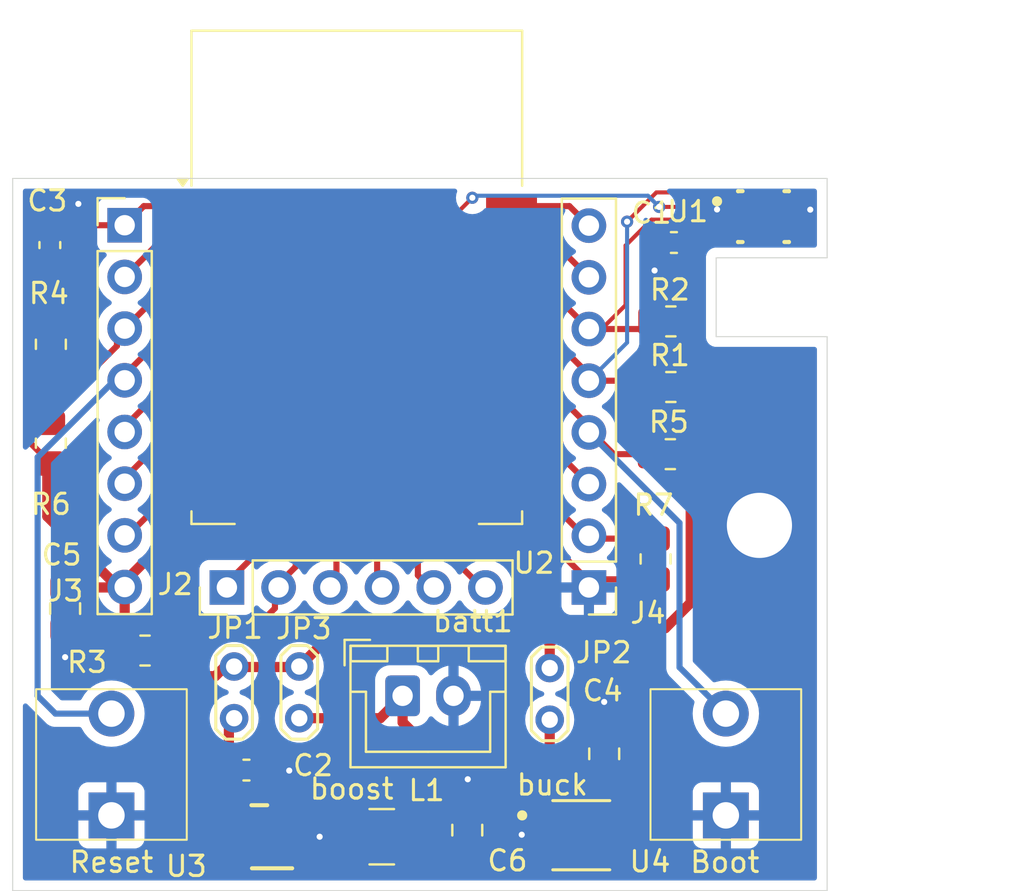
<source format=kicad_pcb>
(kicad_pcb (version 20240108) (generator "pcbnew") (generator_version "8.0")
  (layers (0 "F.Cu" signal) (31 "B.Cu" signal) (34 "B.Paste" user) (35 "F.Paste" user) (36 "B.SilkS" user "B.Silkscreen") (37 "F.SilkS" user "F.Silkscreen") (38 "B.Mask" user) (39 "F.Mask" user) (44 "Edge.Cuts" user))
  (net 0 "")
  (net 1 "GNDREF")
  (net 2 "Net-(U3-SW)")
  (net 3 "Net-(J2-Pin_3)")
  (net 4 "Net-(J2-Pin_4)")
  (net 5 "Net-(J2-Pin_5)")
  (net 6 "Net-(J2-Pin_6)")
  (net 7 "Net-(J3-Pin_6)")
  (net 8 "Net-(J3-Pin_5)")
  (net 9 "Net-(J3-Pin_7)")
  (net 10 "Net-(J3-Pin_2)")
  (net 11 "Net-(J3-Pin_3)")
  (net 12 "Net-(J4-Pin_4)")
  (net 13 "Net-(J4-Pin_7)")
  (net 14 "Net-(J4-Pin_5)")
  (net 15 "Net-(J4-Pin_2)")
  (net 18 "Net-(J4-Pin_3)")
  (net 19 "Net-(J4-Pin_8)")
  (net 20 "Net-(J4-Pin_6)")
  (net 21 "Net-(JP1-A)")
  (net 22 "Net-(JP2-A)")
  (net 23 "Net-(J2-Pin_1)")
  (net 24 "Net-(J2-Pin_2)")
  (net 25 "+3V3")
  (net 26 "Net-(JP3-A)")
  (net 27 "/wake")
  (footprint "Connector_PinHeader_2.54mm:PinHeader_1x08_P2.54mm_Vertical" (layer "F.Cu") (at 45.5 42.3)
    (property "Reference" "J3" (at -2.9 17.97 0) (layer "F.SilkS"))
    (property "Value" "Conn_01x08")
    (fp_line (start -1.33 -1.33) (end 0 -1.33) (stroke (width 0.12)) (layer "F.SilkS"))
    (fp_line (start -1.33 0) (end -1.33 -1.33) (stroke (width 0.12)) (layer "F.SilkS"))
    (fp_line (start -1.33 1.27) (end -1.33 19.11) (stroke (width 0.12)) (layer "F.SilkS"))
    (fp_line (start -1.33 1.27) (end 1.33 1.27) (stroke (width 0.12)) (layer "F.SilkS"))
    (fp_line (start -1.33 19.11) (end 1.33 19.11) (stroke (width 0.12)) (layer "F.SilkS"))
    (fp_line (start 1.33 1.27) (end 1.33 19.11) (stroke (width 0.12)) (layer "F.SilkS"))
    (pad "1" thru_hole rect (at 0 0) (size 1.7 1.7) (drill 1) (layers "*.Cu" "*.Mask") (net 27 "/wake"))
    (pad "2" thru_hole oval (at 0 2.54) (size 1.7 1.7) (drill 1) (layers "*.Cu" "*.Mask") (net 10 "Net-(J3-Pin_2)"))
    (pad "3" thru_hole oval (at 0 5.08) (size 1.7 1.7) (drill 1) (layers "*.Cu" "*.Mask") (net 11 "Net-(J3-Pin_3)"))
    (pad "4" thru_hole oval (at 0 7.62) (size 1.7 1.7) (drill 1) (layers "*.Cu" "*.Mask") (net 27 "/wake"))
    (pad "5" thru_hole oval (at 0 10.16) (size 1.7 1.7) (drill 1) (layers "*.Cu" "*.Mask") (net 8 "Net-(J3-Pin_5)"))
    (pad "6" thru_hole oval (at 0 12.7) (size 1.7 1.7) (drill 1) (layers "*.Cu" "*.Mask") (net 7 "Net-(J3-Pin_6)"))
    (pad "7" thru_hole oval (at 0 15.24) (size 1.7 1.7) (drill 1) (layers "*.Cu" "*.Mask") (net 9 "Net-(J3-Pin_7)"))
    (pad "8" thru_hole oval (at 0 17.78) (size 1.7 1.7) (drill 1) (layers "*.Cu" "*.Mask") (net 25 "+3V3"))
  )
  (footprint "Capacitor_SMD:C_0805_2012Metric_Pad1.18x1.45mm_HandSolder" (layer "F.Cu") (at 42.575 61.1375 -90)
    (property "Reference" "C5" (at -2.6375 0.175 180) (layer "F.SilkS"))
    (property "Value" "10uF")
    (fp_line (start -0.261252 0.735) (end 0.261252 0.735) (stroke (width 0.12)) (layer "F.SilkS"))
    (fp_line (start -0.261252 -0.735) (end 0.261252 -0.735) (stroke (width 0.12)) (layer "F.SilkS"))
    (pad "1" smd roundrect (at -1.0375 0 270) (size 1.175 1.45) (layers "F.Cu" "F.Paste" "F.Mask") (roundrect_rratio 0.212766) (net 25 "+3V3"))
    (pad "2" smd roundrect (at 1.0375 0 270) (size 1.175 1.45) (layers "F.Cu" "F.Paste" "F.Mask") (roundrect_rratio 0.212766) (net 1 "GNDREF"))
  )
  (footprint "water_tank:SW_PUSH" (layer "F.Cu") (at 44.85 71.3 90)
    (property "Reference" "SW2" (hide yes))
    (property "Value" "Reset" (at -2.3 0 180) (layer "F.SilkS"))
    (fp_rect (start -1.2 -3.7) (end 6.2 3.7) (stroke (width 0.1)) (fill none) (layer "F.SilkS"))
    (pad "1" thru_hole rect (at 0 0 180) (size 2.25 2.25) (drill 1.3) (layers "*.Cu" "*.Mask") (net 1 "GNDREF"))
    (pad "2" thru_hole circle (at 5 0 180) (size 2.25 2.25) (drill 1.3) (layers "*.Cu" "*.Mask") (net 27 "/wake"))
  )
  (footprint "Resistor_SMD:R_0805_2012Metric_Pad1.20x1.40mm_HandSolder" (layer "F.Cu") (at 72.325 50.25)
    (property "Reference" "R1" (at -0.05 -1.55 0) (layer "F.SilkS"))
    (property "Value" "1k")
    (fp_line (start -0.227064 -0.735) (end 0.227064 -0.735) (stroke (width 0.12)) (layer "F.SilkS"))
    (fp_line (start -0.227064 0.735) (end 0.227064 0.735) (stroke (width 0.12)) (layer "F.SilkS"))
    (pad "1" smd roundrect (at -1 0) (size 1.2 1.4) (layers "F.Cu" "F.Paste" "F.Mask") (roundrect_rratio 0.208333) (net 14 "Net-(J4-Pin_5)"))
    (pad "2" smd roundrect (at 1 0) (size 1.2 1.4) (layers "F.Cu" "F.Paste" "F.Mask") (roundrect_rratio 0.208333) (net 25 "+3V3"))
  )
  (footprint "Resistor_SMD:R_0805_2012Metric_Pad1.20x1.40mm_HandSolder" (layer "F.Cu") (at 41.875 53.01 -90)
    (property "Reference" "R6" (at 3 0 180) (layer "F.SilkS"))
    (property "Value" "10k")
    (fp_line (start -0.227064 0.735) (end 0.227064 0.735) (stroke (width 0.12)) (layer "F.SilkS"))
    (fp_line (start -0.227064 -0.735) (end 0.227064 -0.735) (stroke (width 0.12)) (layer "F.SilkS"))
    (pad "1" smd roundrect (at -1 0 270) (size 1.2 1.4) (layers "F.Cu" "F.Paste" "F.Mask") (roundrect_rratio 0.208333) (net 11 "Net-(J3-Pin_3)"))
    (pad "2" smd roundrect (at 1 0 270) (size 1.2 1.4) (layers "F.Cu" "F.Paste" "F.Mask") (roundrect_rratio 0.208333) (net 25 "+3V3"))
  )
  (footprint "water_tank:DEF0008A-IPC_A" (layer "F.Cu") (at 76.874468 41.875)
    (property "Reference" "U1" (at -3.724468 -0.25 0) (layer "F.SilkS"))
    (property "Value" "HDC3020DEFR")
    (fp_line (start -1.25 -1.25) (end -1.024999 -1.25) (stroke (width 0.2)) (layer "F.SilkS"))
    (fp_line (start -1.25 -1.246236) (end -1.25 -1.25) (stroke (width 0.2)) (layer "F.SilkS"))
    (fp_line (start -1.25 1.25) (end -1.25 1.246236) (stroke (width 0.2)) (layer "F.SilkS"))
    (fp_line (start -1.25 1.25) (end -1.024999 1.25) (stroke (width 0.2)) (layer "F.SilkS"))
    (fp_line (start 1.024999 -1.25) (end 1.25 -1.25) (stroke (width 0.2)) (layer "F.SilkS"))
    (fp_line (start 1.024999 1.25) (end 1.25 1.25) (stroke (width 0.2)) (layer "F.SilkS"))
    (fp_line (start 1.25 -1.246236) (end 1.25 -1.25) (stroke (width 0.2)) (layer "F.SilkS"))
    (fp_line (start 1.25 1.25) (end 1.25 1.246236) (stroke (width 0.2)) (layer "F.SilkS"))
    (fp_circle (center -2.281065 -0.750001) (end -2.156064 -0.750001) (stroke (width 0.25)) (fill none) (layer "F.SilkS"))
    (pad "1" smd rect (at -1.225532 -0.750001) (size 0.961067 0.242473) (layers "F.Cu" "F.Paste" "F.Mask") (net 14 "Net-(J4-Pin_5)"))
    (pad "2" smd rect (at -1.225532 -0.25) (size 0.961067 0.242473) (layers "F.Cu" "F.Paste" "F.Mask") (net 1 "GNDREF"))
    (pad "3" smd rect (at -1.225532 0.25) (size 0.961067 0.242473) (layers "F.Cu" "F.Paste" "F.Mask") (net 8 "Net-(J3-Pin_5)"))
    (pad "4" smd rect (at -1.225532 0.750001) (size 0.961067 0.242473) (layers "F.Cu" "F.Paste" "F.Mask") (net 20 "Net-(J4-Pin_6)"))
    (pad "5" smd rect (at 1.225532 0.750001) (size 0.961067 0.242473) (layers "F.Cu" "F.Paste" "F.Mask") (net 25 "+3V3"))
    (pad "6" smd rect (at 1.225532 0.25) (size 0.961067 0.242473) (layers "F.Cu" "F.Paste" "F.Mask") (net 25 "+3V3"))
    (pad "7" smd rect (at 1.225532 -0.25) (size 0.961067 0.242473) (layers "F.Cu" "F.Paste" "F.Mask") (net 1 "GNDREF"))
    (pad "8" smd rect (at 1.225532 -0.750001) (size 0.961067 0.242473) (layers "F.Cu" "F.Paste" "F.Mask") (net 1 "GNDREF"))
  )
  (footprint "Capacitor_SMD:C_0603_1608Metric_Pad1.08x0.95mm_HandSolder" (layer "F.Cu") (at 72.475 43.15 180)
    (property "Reference" "C1" (at 1.1 1.45 0) (layer "F.SilkS"))
    (property "Value" "0.1uF")
    (fp_line (start -0.146267 0.51) (end 0.146267 0.51) (stroke (width 0.12)) (layer "F.SilkS"))
    (fp_line (start -0.146267 -0.51) (end 0.146267 -0.51) (stroke (width 0.12)) (layer "F.SilkS"))
    (pad "1" smd roundrect (at -0.8625 0 180) (size 1.075 0.95) (layers "F.Cu" "F.Paste" "F.Mask") (net 25 "+3V3"))
    (pad "2" smd roundrect (at 0.8625 0 180) (size 1.075 0.95) (layers "F.Cu" "F.Paste" "F.Mask") (net 1 "GNDREF"))
  )
  (footprint "Resistor_SMD:R_0805_2012Metric_Pad1.20x1.40mm_HandSolder" (layer "F.Cu") (at 46.5 63.2 180)
    (property "Reference" "R3" (at 2.85 -0.575 180) (layer "F.SilkS"))
    (property "Value" "10k")
    (fp_line (start -0.227064 0.735) (end 0.227064 0.735) (stroke (width 0.12)) (layer "F.SilkS"))
    (fp_line (start -0.227064 -0.735) (end 0.227064 -0.735) (stroke (width 0.12)) (layer "F.SilkS"))
    (pad "1" smd roundrect (at -1 0 180) (size 1.2 1.4) (layers "F.Cu" "F.Paste" "F.Mask") (roundrect_rratio 0.208333) (net 24 "Net-(J2-Pin_2)"))
    (pad "2" smd roundrect (at 1 0 180) (size 1.2 1.4) (layers "F.Cu" "F.Paste" "F.Mask") (roundrect_rratio 0.208333) (net 25 "+3V3"))
  )
  (footprint "water_tank:DBV0005A-IPC_A" (layer "F.Cu") (at 67.925483 72.275001)
    (property "Reference" "U4" (at 3.375 1.3 0) (layer "F.SilkS"))
    (property "Value" "TLV74033PDBVR")
    (fp_line (start -1.4 -1.699999) (end 1.4 -1.699999) (stroke (width 0.15)) (layer "F.SilkS"))
    (fp_line (start -1.4 1.699999) (end 1.4 1.699999) (stroke (width 0.15)) (layer "F.SilkS"))
    (fp_circle (center -2.903101 -0.974999) (end -2.7781 -0.974999) (stroke (width 0.25)) (fill none) (layer "F.SilkS"))
    (fp_text user "buck" (at -1.424517 -2.474999 0) (layer "F.SilkS"))
    (pad "1" smd rect (at -1.150483 -0.950001) (size 1.805236 0.612132) (layers "F.Cu" "F.Paste" "F.Mask") (net 26 "Net-(JP3-A)"))
    (pad "2" smd rect (at -1.150483 0) (size 1.805236 0.612132) (layers "F.Cu" "F.Paste" "F.Mask") (net 1 "GNDREF"))
    (pad "3" smd rect (at -1.150483 0.950001) (size 1.805236 0.612132) (layers "F.Cu" "F.Paste" "F.Mask") (net 26 "Net-(JP3-A)"))
    (pad "4" smd rect (at 1.150483 0.950001) (size 1.805236 0.612132) (layers "F.Cu" "F.Paste" "F.Mask"))
    (pad "5" smd rect (at 1.150483 -0.950001) (size 1.805236 0.612132) (layers "F.Cu" "F.Paste" "F.Mask") (net 22 "Net-(JP2-A)"))
  )
  (footprint "Connector_JST:JST_XH_B2B-XH-A_1x02_P2.50mm_Vertical" (layer "F.Cu") (at 59.15 65.425)
    (property "Reference" "batt1" (at 3.45 -3.65 0) (layer "F.SilkS"))
    (property "Value" "2.4V")
    (fp_line (start -2.85 -2.75) (end -2.85 -1.5) (stroke (width 0.12)) (layer "F.SilkS"))
    (fp_line (start -2.56 -2.46) (end -2.56 3.51) (stroke (width 0.12)) (layer "F.SilkS"))
    (fp_line (start -2.56 3.51) (end 5.06 3.51) (stroke (width 0.12)) (layer "F.SilkS"))
    (fp_line (start -2.55 -2.45) (end -2.55 -1.7) (stroke (width 0.12)) (layer "F.SilkS"))
    (fp_line (start -2.55 -1.7) (end -0.75 -1.7) (stroke (width 0.12)) (layer "F.SilkS"))
    (fp_line (start -2.55 -0.2) (end -1.8 -0.2) (stroke (width 0.12)) (layer "F.SilkS"))
    (fp_line (start -1.8 -0.2) (end -1.8 2.75) (stroke (width 0.12)) (layer "F.SilkS"))
    (fp_line (start -1.8 2.75) (end 1.25 2.75) (stroke (width 0.12)) (layer "F.SilkS"))
    (fp_line (start -1.6 -2.75) (end -2.85 -2.75) (stroke (width 0.12)) (layer "F.SilkS"))
    (fp_line (start -0.75 -2.45) (end -2.55 -2.45) (stroke (width 0.12)) (layer "F.SilkS"))
    (fp_line (start -0.75 -1.7) (end -0.75 -2.45) (stroke (width 0.12)) (layer "F.SilkS"))
    (fp_line (start 0.75 -2.45) (end 0.75 -1.7) (stroke (width 0.12)) (layer "F.SilkS"))
    (fp_line (start 0.75 -1.7) (end 1.75 -1.7) (stroke (width 0.12)) (layer "F.SilkS"))
    (fp_line (start 1.75 -2.45) (end 0.75 -2.45) (stroke (width 0.12)) (layer "F.SilkS"))
    (fp_line (start 1.75 -1.7) (end 1.75 -2.45) (stroke (width 0.12)) (layer "F.SilkS"))
    (fp_line (start 3.25 -2.45) (end 3.25 -1.7) (stroke (width 0.12)) (layer "F.SilkS"))
    (fp_line (start 3.25 -1.7) (end 5.05 -1.7) (stroke (width 0.12)) (layer "F.SilkS"))
    (fp_line (start 4.3 -0.2) (end 4.3 2.75) (stroke (width 0.12)) (layer "F.SilkS"))
    (fp_line (start 4.3 2.75) (end 1.25 2.75) (stroke (width 0.12)) (layer "F.SilkS"))
    (fp_line (start 5.05 -2.45) (end 3.25 -2.45) (stroke (width 0.12)) (layer "F.SilkS"))
    (fp_line (start 5.05 -1.7) (end 5.05 -2.45) (stroke (width 0.12)) (layer "F.SilkS"))
    (fp_line (start 5.05 -0.2) (end 4.3 -0.2) (stroke (width 0.12)) (layer "F.SilkS"))
    (fp_line (start 5.06 -2.46) (end -2.56 -2.46) (stroke (width 0.12)) (layer "F.SilkS"))
    (fp_line (start 5.06 3.51) (end 5.06 -2.46) (stroke (width 0.12)) (layer "F.SilkS"))
    (pad "1" thru_hole roundrect (at 0 0) (size 1.7 2) (drill 1) (layers "*.Cu" "*.Mask") (roundrect_rratio 0.147059) (net 26 "Net-(JP3-A)"))
    (pad "2" thru_hole oval (at 2.5 0) (size 1.7 2) (drill 1) (layers "*.Cu" "*.Mask") (net 1 "GNDREF"))
  )
  (footprint "Capacitor_SMD:C_0805_2012Metric_Pad1.18x1.45mm_HandSolder" (layer "F.Cu") (at 62.325966 72.025002 90)
    (property "Reference" "C6" (at -1.502879 1.975 180) (layer "F.SilkS"))
    (property "Value" "10uF")
    (fp_line (start -0.261252 -0.735) (end 0.261252 -0.735) (stroke (width 0.12)) (layer "F.SilkS"))
    (fp_line (start -0.261252 0.735) (end 0.261252 0.735) (stroke (width 0.12)) (layer "F.SilkS"))
    (pad "1" smd roundrect (at -1.0375 0 90) (size 1.175 1.45) (layers "F.Cu" "F.Paste" "F.Mask") (roundrect_rratio 0.212766) (net 26 "Net-(JP3-A)"))
    (pad "2" smd roundrect (at 1.0375 0 90) (size 1.175 1.45) (layers "F.Cu" "F.Paste" "F.Mask") (roundrect_rratio 0.212766) (net 1 "GNDREF"))
  )
  (footprint "Capacitor_SMD:C_0603_1608Metric_Pad1.08x0.95mm_HandSolder" (layer "F.Cu") (at 51.48125 69.075)
    (property "Reference" "C2" (at 3.26875 -0.225 180) (layer "F.SilkS"))
    (property "Value" "22uF")
    (fp_line (start -0.146267 -0.51) (end 0.146267 -0.51) (stroke (width 0.12)) (layer "F.SilkS"))
    (fp_line (start -0.146267 0.51) (end 0.146267 0.51) (stroke (width 0.12)) (layer "F.SilkS"))
    (pad "1" smd roundrect (at -0.8625 0) (size 1.075 0.95) (layers "F.Cu" "F.Paste" "F.Mask") (net 21 "Net-(JP1-A)"))
    (pad "2" smd roundrect (at 0.8625 0) (size 1.075 0.95) (layers "F.Cu" "F.Paste" "F.Mask") (net 1 "GNDREF"))
  )
  (footprint "MountingHole:MountingHole_3.2mm_M3_ISO7380" (layer "F.Cu") (at 76.675 57.05)
    (property "Reference" "screw" (hide yes))
    (property "Value" "MountingHole_3.2mm_M3_ISO7380")
    (pad "" np_thru_hole circle (at 0 0) (size 3.2 3.2) (drill 3.2) (layers "*.Cu" "*.Mask"))
  )
  (footprint "TestPoint:TestPoint_2Pads_Pitch2.54mm_Drill0.8mm" (layer "F.Cu") (at 50.875 66.525 90)
    (property "Reference" "JP1" (at 4.425 0.05 180) (layer "F.SilkS"))
    (property "Value" "Jumper_2_Bridged")
    (fp_line (start 3.07 -0.9) (end 3.57 -0.4) (stroke (width 0.15)) (layer "F.SilkS"))
    (fp_line (start -0.53 -0.9) (end 3.07 -0.9) (stroke (width 0.15)) (layer "F.SilkS"))
    (fp_line (start 3.57 -0.4) (end 3.57 0.4) (stroke (width 0.15)) (layer "F.SilkS"))
    (fp_line (start -1.03 -0.4) (end -0.53 -0.9) (stroke (width 0.15)) (layer "F.SilkS"))
    (fp_line (start 3.57 0.4) (end 3.07 0.9) (stroke (width 0.15)) (layer "F.SilkS"))
    (fp_line (start -1.03 0.4) (end -1.03 -0.4) (stroke (width 0.15)) (layer "F.SilkS"))
    (fp_line (start 3.07 0.9) (end -0.53 0.9) (stroke (width 0.15)) (layer "F.SilkS"))
    (fp_line (start -0.53 0.9) (end -1.03 0.4) (stroke (width 0.15)) (layer "F.SilkS"))
    (pad "1" thru_hole circle (at 0 0 90) (size 1.4 1.4) (drill 0.8) (layers "*.Cu" "*.Mask") (net 21 "Net-(JP1-A)"))
    (pad "2" thru_hole circle (at 2.54 0 90) (size 1.4 1.4) (drill 0.8) (layers "*.Cu" "*.Mask") (net 25 "+3V3"))
  )
  (footprint "Resistor_SMD:R_0805_2012Metric_Pad1.20x1.40mm_HandSolder" (layer "F.Cu") (at 72.325 47.025)
    (property "Reference" "R2" (at -0.05 -1.55 0) (layer "F.SilkS"))
    (property "Value" "1k")
    (fp_line (start -0.227064 -0.735) (end 0.227064 -0.735) (stroke (width 0.12)) (layer "F.SilkS"))
    (fp_line (start -0.227064 0.735) (end 0.227064 0.735) (stroke (width 0.12)) (layer "F.SilkS"))
    (pad "1" smd roundrect (at -1 0) (size 1.2 1.4) (layers "F.Cu" "F.Paste" "F.Mask") (roundrect_rratio 0.208333) (net 20 "Net-(J4-Pin_6)"))
    (pad "2" smd roundrect (at 1 0) (size 1.2 1.4) (layers "F.Cu" "F.Paste" "F.Mask") (roundrect_rratio 0.208333) (net 25 "+3V3"))
  )
  (footprint "TestPoint:TestPoint_2Pads_Pitch2.54mm_Drill0.8mm" (layer "F.Cu") (at 66.375 66.6 90)
    (property "Reference" "JP2" (at 3.3 2.65 180) (layer "F.SilkS"))
    (property "Value" "Jumper_2_Bridged")
    (fp_line (start 3.07 -0.9) (end 3.57 -0.4) (stroke (width 0.15)) (layer "F.SilkS"))
    (fp_line (start -0.53 -0.9) (end 3.07 -0.9) (stroke (width 0.15)) (layer "F.SilkS"))
    (fp_line (start 3.57 -0.4) (end 3.57 0.4) (stroke (width 0.15)) (layer "F.SilkS"))
    (fp_line (start -1.03 -0.4) (end -0.53 -0.9) (stroke (width 0.15)) (layer "F.SilkS"))
    (fp_line (start 3.57 0.4) (end 3.07 0.9) (stroke (width 0.15)) (layer "F.SilkS"))
    (fp_line (start -1.03 0.4) (end -1.03 -0.4) (stroke (width 0.15)) (layer "F.SilkS"))
    (fp_line (start 3.07 0.9) (end -0.53 0.9) (stroke (width 0.15)) (layer "F.SilkS"))
    (fp_line (start -0.53 0.9) (end -1.03 0.4) (stroke (width 0.15)) (layer "F.SilkS"))
    (pad "1" thru_hole circle (at 0 0 90) (size 1.4 1.4) (drill 0.8) (layers "*.Cu" "*.Mask") (net 22 "Net-(JP2-A)"))
    (pad "2" thru_hole circle (at 2.54 0 90) (size 1.4 1.4) (drill 0.8) (layers "*.Cu" "*.Mask") (net 25 "+3V3"))
  )
  (footprint "TestPoint:TestPoint_2Pads_Pitch2.54mm_Drill0.8mm" (layer "F.Cu") (at 54.075 66.525 90)
    (property "Reference" "JP3" (at 4.4 0.225 180) (layer "F.SilkS"))
    (property "Value" "Jumper_2_Open")
    (fp_line (start 3.07 -0.9) (end 3.57 -0.4) (stroke (width 0.15)) (layer "F.SilkS"))
    (fp_line (start -0.53 -0.9) (end 3.07 -0.9) (stroke (width 0.15)) (layer "F.SilkS"))
    (fp_line (start 3.57 -0.4) (end 3.57 0.4) (stroke (width 0.15)) (layer "F.SilkS"))
    (fp_line (start -1.03 -0.4) (end -0.53 -0.9) (stroke (width 0.15)) (layer "F.SilkS"))
    (fp_line (start 3.57 0.4) (end 3.07 0.9) (stroke (width 0.15)) (layer "F.SilkS"))
    (fp_line (start -1.03 0.4) (end -1.03 -0.4) (stroke (width 0.15)) (layer "F.SilkS"))
    (fp_line (start 3.07 0.9) (end -0.53 0.9) (stroke (width 0.15)) (layer "F.SilkS"))
    (fp_line (start -0.53 0.9) (end -1.03 0.4) (stroke (width 0.15)) (layer "F.SilkS"))
    (pad "1" thru_hole circle (at 0 0 90) (size 1.4 1.4) (drill 0.8) (layers "*.Cu" "*.Mask") (net 26 "Net-(JP3-A)"))
    (pad "2" thru_hole circle (at 2.54 0 90) (size 1.4 1.4) (drill 0.8) (layers "*.Cu" "*.Mask") (net 25 "+3V3"))
  )
  (footprint "Resistor_SMD:R_0805_2012Metric_Pad1.20x1.40mm_HandSolder" (layer "F.Cu") (at 71.575 58.7 90)
    (property "Reference" "R7" (at 2.65 -0.1 0) (layer "F.SilkS"))
    (property "Value" "10k")
    (fp_line (start -0.227064 -0.735) (end 0.227064 -0.735) (stroke (width 0.12)) (layer "F.SilkS"))
    (fp_line (start -0.227064 0.735) (end 0.227064 0.735) (stroke (width 0.12)) (layer "F.SilkS"))
    (pad "1" smd roundrect (at -1 0 90) (size 1.2 1.4) (layers "F.Cu" "F.Paste" "F.Mask") (roundrect_rratio 0.208333) (net 1 "GNDREF"))
    (pad "2" smd roundrect (at 1 0 90) (size 1.2 1.4) (layers "F.Cu" "F.Paste" "F.Mask") (roundrect_rratio 0.208333) (net 15 "Net-(J4-Pin_2)"))
  )
  (footprint "RF_Module:ESP-12E" (layer "F.Cu") (at 56.9 44.86)
    (property "Reference" "U2" (at 8.7 14.04 0) (layer "F.SilkS"))
    (property "Value" "ESP-12F")
    (fp_line (start -8.12 -12.12) (end 8.12 -12.12) (stroke (width 0.12)) (layer "F.SilkS"))
    (fp_line (start -8.12 -4.5) (end -8.12 -12.12) (stroke (width 0.12)) (layer "F.SilkS"))
    (fp_line (start -8.12 12.12) (end -8.12 11.5) (stroke (width 0.12)) (layer "F.SilkS"))
    (fp_line (start -6 12.12) (end -8.12 12.12) (stroke (width 0.12)) (layer "F.SilkS"))
    (fp_line (start 8.12 -12.12) (end 8.12 -4.5) (stroke (width 0.12)) (layer "F.SilkS"))
    (fp_line (start 8.12 11.5) (end 8.12 12.12) (stroke (width 0.12)) (layer "F.SilkS"))
    (fp_line (start 8.12 12.12) (end 6 12.12) (stroke (width 0.12)) (layer "F.SilkS"))
    (fp_poly (pts (xy -8.55 -4.5) (xy -8.79 -4.836) (xy -8.31 -4.836) (xy -8.55 -4.5)) (stroke (width 0.12)) (fill solid) (layer "F.SilkS"))
    (pad "1" smd rect (at -7.6 -3.5) (size 2.5 1) (layers "F.Cu" "F.Paste" "F.Mask") (net 27 "/wake"))
    (pad "2" smd rect (at -7.6 -1.5) (size 2.5 1) (layers "F.Cu" "F.Paste" "F.Mask") (net 10 "Net-(J3-Pin_2)"))
    (pad "3" smd rect (at -7.6 0.5) (size 2.5 1) (layers "F.Cu" "F.Paste" "F.Mask") (net 11 "Net-(J3-Pin_3)"))
    (pad "4" smd rect (at -7.6 2.5) (size 2.5 1) (layers "F.Cu" "F.Paste" "F.Mask") (net 27 "/wake"))
    (pad "5" smd rect (at -7.6 4.5) (size 2.5 1) (layers "F.Cu" "F.Paste" "F.Mask") (net 8 "Net-(J3-Pin_5)"))
    (pad "6" smd rect (at -7.6 6.5) (size 2.5 1) (layers "F.Cu" "F.Paste" "F.Mask") (net 7 "Net-(J3-Pin_6)"))
    (pad "7" smd rect (at -7.6 8.5) (size 2.5 1) (layers "F.Cu" "F.Paste" "F.Mask") (net 9 "Net-(J3-Pin_7)"))
    (pad "8" smd rect (at -7.6 10.5) (size 2.5 1) (layers "F.Cu" "F.Paste" "F.Mask") (net 25 "+3V3"))
    (pad "9" smd rect (at -5 12) (size 1 1.8) (layers "F.Cu" "F.Paste" "F.Mask") (net 23 "Net-(J2-Pin_1)"))
    (pad "10" smd rect (at -3 12) (size 1 1.8) (layers "F.Cu" "F.Paste" "F.Mask") (net 24 "Net-(J2-Pin_2)"))
    (pad "11" smd rect (at -1 12) (size 1 1.8) (layers "F.Cu" "F.Paste" "F.Mask") (net 3 "Net-(J2-Pin_3)"))
    (pad "12" smd rect (at 1 12) (size 1 1.8) (layers "F.Cu" "F.Paste" "F.Mask") (net 4 "Net-(J2-Pin_4)"))
    (pad "13" smd rect (at 3 12) (size 1 1.8) (layers "F.Cu" "F.Paste" "F.Mask") (net 5 "Net-(J2-Pin_5)"))
    (pad "14" smd rect (at 5 12) (size 1 1.8) (layers "F.Cu" "F.Paste" "F.Mask") (net 6 "Net-(J2-Pin_6)"))
    (pad "15" smd rect (at 7.6 10.5) (size 2.5 1) (layers "F.Cu" "F.Paste" "F.Mask") (net 1 "GNDREF"))
    (pad "16" smd rect (at 7.6 8.5) (size 2.5 1) (layers "F.Cu" "F.Paste" "F.Mask") (net 15 "Net-(J4-Pin_2)"))
    (pad "17" smd rect (at 7.6 6.5) (size 2.5 1) (layers "F.Cu" "F.Paste" "F.Mask") (net 18 "Net-(J4-Pin_3)"))
    (pad "18" smd rect (at 7.6 4.5) (size 2.5 1) (layers "F.Cu" "F.Paste" "F.Mask") (net 12 "Net-(J4-Pin_4)"))
    (pad "19" smd rect (at 7.6 2.5) (size 2.5 1) (layers "F.Cu" "F.Paste" "F.Mask") (net 14 "Net-(J4-Pin_5)"))
    (pad "20" smd rect (at 7.6 0.5) (size 2.5 1) (layers "F.Cu" "F.Paste" "F.Mask") (net 20 "Net-(J4-Pin_6)"))
    (pad "21" smd rect (at 7.6 -1.5) (size 2.5 1) (layers "F.Cu" "F.Paste" "F.Mask") (net 13 "Net-(J4-Pin_7)"))
    (pad "22" smd rect (at 7.6 -3.5) (size 2.5 1) (layers "F.Cu" "F.Paste" "F.Mask") (net 19 "Net-(J4-Pin_8)"))
    (zone (net 0) (net_name "") (layers "*.Cu") (connect_pads (clearance 0)) (min_thickness 0.254)
      (keepout (tracks not_allowed) (vias not_allowed) (pads not_allowed) (copperpour not_allowed) (footprints not_allowed))
      (fill (thermal_gap 0.508) (thermal_bridge_width 0.508))
      (polygon (pts (xy 48.78 40.06) (xy 65.02 40.06) (xy 65.02 32.74) (xy 48.78 32.74)))
    )
  )
  (footprint "Connector_PinHeader_2.54mm:PinHeader_1x08_P2.54mm_Vertical" (layer "F.Cu") (at 68.3 60.1 180)
    (property "Reference" "J4" (at -2.9 -1.26 0) (layer "F.SilkS"))
    (property "Value" "Conn_01x08")
    (fp_line (start 1.33 1.27) (end 1.33 19.11) (stroke (width 0.12)) (layer "F.SilkS"))
    (fp_line (start -1.33 19.11) (end 1.33 19.11) (stroke (width 0.12)) (layer "F.SilkS"))
    (fp_line (start -1.33 1.27) (end 1.33 1.27) (stroke (width 0.12)) (layer "F.SilkS"))
    (fp_line (start -1.33 1.27) (end -1.33 19.11) (stroke (width 0.12)) (layer "F.SilkS"))
    (fp_line (start -1.33 0) (end -1.33 -1.33) (stroke (width 0.12)) (layer "F.SilkS"))
    (fp_line (start -1.33 -1.33) (end 0 -1.33) (stroke (width 0.12)) (layer "F.SilkS"))
    (pad "1" thru_hole rect (at 0 0 180) (size 1.7 1.7) (drill 1) (layers "*.Cu" "*.Mask") (net 1 "GNDREF"))
    (pad "2" thru_hole oval (at 0 2.54 180) (size 1.7 1.7) (drill 1) (layers "*.Cu" "*.Mask") (net 15 "Net-(J4-Pin_2)"))
    (pad "3" thru_hole oval (at 0 5.08 180) (size 1.7 1.7) (drill 1) (layers "*.Cu" "*.Mask") (net 18 "Net-(J4-Pin_3)"))
    (pad "4" thru_hole oval (at 0 7.62 180) (size 1.7 1.7) (drill 1) (layers "*.Cu" "*.Mask") (net 12 "Net-(J4-Pin_4)"))
    (pad "5" thru_hole oval (at 0 10.16 180) (size 1.7 1.7) (drill 1) (layers "*.Cu" "*.Mask") (net 14 "Net-(J4-Pin_5)"))
    (pad "6" thru_hole oval (at 0 12.7 180) (size 1.7 1.7) (drill 1) (layers "*.Cu" "*.Mask") (net 20 "Net-(J4-Pin_6)"))
    (pad "7" thru_hole oval (at 0 15.24 180) (size 1.7 1.7) (drill 1) (layers "*.Cu" "*.Mask") (net 13 "Net-(J4-Pin_7)"))
    (pad "8" thru_hole oval (at 0 17.78 180) (size 1.7 1.7) (drill 1) (layers "*.Cu" "*.Mask") (net 19 "Net-(J4-Pin_8)"))
  )
  (footprint "Connector_PinHeader_2.54mm:PinHeader_1x06_P2.54mm_Vertical" (layer "F.Cu") (at 50.52 60.1 90)
    (property "Reference" "J2" (at 0.15 -2.54 360) (layer "F.SilkS"))
    (property "Value" "Conn_01x06")
    (fp_line (start -1.33 -1.33) (end 0 -1.33) (stroke (width 0.12)) (layer "F.SilkS"))
    (fp_line (start -1.33 0) (end -1.33 -1.33) (stroke (width 0.12)) (layer "F.SilkS"))
    (fp_line (start 1.33 1.27) (end 1.33 14.03) (stroke (width 0.12)) (layer "F.SilkS"))
    (fp_line (start -1.33 1.27) (end 1.33 1.27) (stroke (width 0.12)) (layer "F.SilkS"))
    (fp_line (start -1.33 1.27) (end -1.33 14.03) (stroke (width 0.12)) (layer "F.SilkS"))
    (fp_line (start -1.33 14.03) (end 1.33 14.03) (stroke (width 0.12)) (layer "F.SilkS"))
    (pad "1" thru_hole rect (at 0 0 90) (size 1.7 1.7) (drill 1) (layers "*.Cu" "*.Mask") (net 23 "Net-(J2-Pin_1)"))
    (pad "2" thru_hole oval (at 0 2.54 90) (size 1.7 1.7) (drill 1) (layers "*.Cu" "*.Mask") (net 24 "Net-(J2-Pin_2)"))
    (pad "3" thru_hole oval (at 0 5.08 90) (size 1.7 1.7) (drill 1) (layers "*.Cu" "*.Mask") (net 3 "Net-(J2-Pin_3)"))
    (pad "4" thru_hole oval (at 0 7.62 90) (size 1.7 1.7) (drill 1) (layers "*.Cu" "*.Mask") (net 4 "Net-(J2-Pin_4)"))
    (pad "5" thru_hole oval (at 0 10.16 90) (size 1.7 1.7) (drill 1) (layers "*.Cu" "*.Mask") (net 5 "Net-(J2-Pin_5)"))
    (pad "6" thru_hole oval (at 0 12.7 90) (size 1.7 1.7) (drill 1) (layers "*.Cu" "*.Mask") (net 6 "Net-(J2-Pin_6)"))
  )
  (footprint "water_tank:DBV0005A_M" (layer "F.Cu") (at 52.100966 72.350002 180)
    (property "Reference" "U3" (at 3.575 -1.45 0) (layer "F.SilkS"))
    (property "Value" "TPS613221ADBVR")
    (fp_line (start -0.399999 1.549999) (end 0.375003 1.549999) (stroke (width 0.2)) (layer "F.SilkS"))
    (fp_line (start -1.625001 -1.549999) (end 0.349999 -1.549999) (stroke (width 0.2)) (layer "F.SilkS"))
    (fp_text user "boost" (at -4.55 2.35 0) (layer "F.SilkS"))
    (pad "1" smd rect (at -1.475001 -0.950001 270) (size 0.650001 1.2) (layers "F.Cu" "F.Paste" "F.Mask") (net 2 "Net-(U3-SW)"))
    (pad "2" smd rect (at -1.475001 0 270) (size 0.650001 1.2) (layers "F.Cu" "F.Paste" "F.Mask") (net 1 "GNDREF"))
    (pad "3" smd rect (at -1.475001 0.949998 270) (size 0.650001 1.2) (layers "F.Cu" "F.Paste" "F.Mask"))
    (pad "4" smd rect (at 1.474998 0.949998 270) (size 0.650001 1.2) (layers "F.Cu" "F.Paste" "F.Mask") (net 21 "Net-(JP1-A)"))
    (pad "5" smd rect (at 1.474998 -0.950001 270) (size 0.650001 1.2) (layers "F.Cu" "F.Paste" "F.Mask"))
  )
  (footprint "water_tank:SW_PUSH" (layer "F.Cu") (at 75.025 71.3 90)
    (property "Reference" "SW1" (hide yes))
    (property "Value" "Boot" (at -2.3 -0.05 0) (layer "F.SilkS"))
    (fp_rect (start -1.2 -3.7) (end 6.2 3.7) (stroke (width 0.1)) (fill none) (layer "F.SilkS"))
    (pad "1" thru_hole rect (at 0 0 180) (size 2.25 2.25) (drill 1.3) (layers "*.Cu" "*.Mask") (net 1 "GNDREF"))
    (pad "2" thru_hole circle (at 5 0 180) (size 2.25 2.25) (drill 1.3) (layers "*.Cu" "*.Mask") (net 12 "Net-(J4-Pin_4)"))
  )
  (footprint "Capacitor_SMD:C_0603_1608Metric_Pad1.08x0.95mm_HandSolder" (layer "F.Cu") (at 41.825 43.275 90)
    (property "Reference" "C3" (at 2.175 -0.125 180) (layer "F.SilkS"))
    (property "Value" "10nF")
    (fp_line (start -0.146267 -0.51) (end 0.146267 -0.51) (stroke (width 0.12)) (layer "F.SilkS"))
    (fp_line (start -0.146267 0.51) (end 0.146267 0.51) (stroke (width 0.12)) (layer "F.SilkS"))
    (pad "1" smd roundrect (at -0.8625 0 90) (size 1.075 0.95) (layers "F.Cu" "F.Paste" "F.Mask") (net 27 "/wake"))
    (pad "2" smd roundrect (at 0.8625 0 90) (size 1.075 0.95) (layers "F.Cu" "F.Paste" "F.Mask") (net 1 "GNDREF"))
  )
  (footprint "Resistor_SMD:R_0805_2012Metric_Pad1.20x1.40mm_HandSolder" (layer "F.Cu") (at 41.875 48.15 -90)
    (property "Reference" "R4" (at -2.5 0.1 180) (layer "F.SilkS"))
    (property "Value" "10k")
    (fp_line (start -0.227064 0.735) (end 0.227064 0.735) (stroke (width 0.12)) (layer "F.SilkS"))
    (fp_line (start -0.227064 -0.735) (end 0.227064 -0.735) (stroke (width 0.12)) (layer "F.SilkS"))
    (pad "1" smd roundrect (at -1 0 270) (size 1.2 1.4) (layers "F.Cu" "F.Paste" "F.Mask") (roundrect_rratio 0.208333) (net 27 "/wake"))
    (pad "2" smd roundrect (at 1 0 270) (size 1.2 1.4) (layers "F.Cu" "F.Paste" "F.Mask") (roundrect_rratio 0.208333) (net 25 "+3V3"))
  )
  (footprint "Resistor_SMD:R_0805_2012Metric_Pad1.20x1.40mm_HandSolder" (layer "F.Cu") (at 72.3 53.55)
    (property "Reference" "R5" (at -0.075 -1.575 0) (layer "F.SilkS"))
    (property "Value" "10k")
    (fp_line (start -0.227064 -0.735) (end 0.227064 -0.735) (stroke (width 0.12)) (layer "F.SilkS"))
    (fp_line (start -0.227064 0.735) (end 0.227064 0.735) (stroke (width 0.12)) (layer "F.SilkS"))
    (pad "1" smd roundrect (at -1 0) (size 1.2 1.4) (layers "F.Cu" "F.Paste" "F.Mask") (roundrect_rratio 0.208333) (net 12 "Net-(J4-Pin_4)"))
    (pad "2" smd roundrect (at 1 0) (size 1.2 1.4) (layers "F.Cu" "F.Paste" "F.Mask") (roundrect_rratio 0.208333) (net 25 "+3V3"))
  )
  (footprint "Capacitor_SMD:C_0805_2012Metric_Pad1.18x1.45mm_HandSolder" (layer "F.Cu") (at 69.050966 68.275002 90)
    (property "Reference" "C4" (at 3.100002 -0.075966 0) (layer "F.SilkS"))
    (property "Value" "10uF")
    (fp_line (start -0.261252 -0.735) (end 0.261252 -0.735) (stroke (width 0.12)) (layer "F.SilkS"))
    (fp_line (start -0.261252 0.735) (end 0.261252 0.735) (stroke (width 0.12)) (layer "F.SilkS"))
    (pad "1" smd roundrect (at -1.0375 0 90) (size 1.175 1.45) (layers "F.Cu" "F.Paste" "F.Mask") (roundrect_rratio 0.212766) (net 22 "Net-(JP2-A)"))
    (pad "2" smd roundrect (at 1.0375 0 90) (size 1.175 1.45) (layers "F.Cu" "F.Paste" "F.Mask") (roundrect_rratio 0.212766) (net 1 "GNDREF"))
  )
  (footprint "Inductor_SMD:L_1210_3225Metric_Pad1.42x2.65mm_HandSolder" (layer "F.Cu") (at 58.125966 72.350002 180)
    (property "Reference" "L1" (at -2.2 2.275 0) (layer "F.SilkS"))
    (property "Value" "4.7uH")
    (fp_line (start -0.602064 1.36) (end 0.602064 1.36) (stroke (width 0.12)) (layer "F.SilkS"))
    (fp_line (start -0.602064 -1.36) (end 0.602064 -1.36) (stroke (width 0.12)) (layer "F.SilkS"))
    (pad "1" smd roundrect (at -1.4875 0 180) (size 1.425 2.65) (layers "F.Cu" "F.Paste" "F.Mask") (roundrect_rratio 0.175439) (net 26 "Net-(JP3-A)"))
    (pad "2" smd roundrect (at 1.4875 0 180) (size 1.425 2.65) (layers "F.Cu" "F.Paste" "F.Mask") (roundrect_rratio 0.175439) (net 2 "Net-(U3-SW)"))
  )
  (gr_line (start 74.55 43.9) (end 74.55 47.775) (stroke (width 0.05)) (layer "Edge.Cuts"))
  (gr_line (start 80 75) (end 40 75) (stroke (width 0.05)) (layer "Edge.Cuts"))
  (gr_line (start 80 43.9) (end 74.55 43.9) (stroke (width 0.05)) (layer "Edge.Cuts"))
  (gr_line (start 40 75) (end 40 40) (stroke (width 0.05)) (layer "Edge.Cuts"))
  (gr_line (start 80 40) (end 80 43.9) (stroke (width 0.05)) (layer "Edge.Cuts"))
  (gr_line (start 80 47.775) (end 80 75) (stroke (width 0.05)) (layer "Edge.Cuts"))
  (gr_line (start 40 40) (end 80 40) (stroke (width 0.05)) (layer "Edge.Cuts"))
  (gr_line (start 74.55 47.775) (end 80 47.775) (stroke (width 0.05)) (layer "Edge.Cuts"))
  (segment (start 79.171342 41.534376) (end 78.761965 41.124999) (width 0.2) (layer "F.Cu") (net 1))
  (segment (start 74.593217 41.525) (end 74.693217 41.625) (width 0.2) (layer "F.Cu") (net 1))
  (segment (start 79.171342 41.534376) (end 79.080718 41.625) (width 0.2) (layer "F.Cu") (net 1))
  (segment (start 71.6125 43.15) (end 71.6125 44.4375) (width 0.3) (layer "F.Cu") (net 1))
  (segment (start 74.693217 41.625) (end 75.648936 41.625) (width 0.2) (layer "F.Cu") (net 1))
  (segment (start 71.6125 44.4375) (end 71.525 44.525) (width 0.3) (layer "F.Cu") (net 1))
  (segment (start 68.3 59.8) (end 68.3 60.1) (width 0.3) (layer "F.Cu") (net 1))
  (segment (start 62.325966 69.549034) (end 62.35 69.525) (width 0.5) (layer "F.Cu") (net 1))
  (segment (start 52.34375 69.075) (end 53.55625 69.075) (width 0.5) (layer "F.Cu") (net 1))
  (segment (start 42.0625 42.4125) (end 43.225 41.25) (width 0.3) (layer "F.Cu") (net 1))
  (segment (start 68.7 59.7) (end 68.3 60.1) (width 0.3) (layer "F.Cu") (net 1))
  (segment (start 69.05 66.05) (end 69.05 65.725) (width 0.5) (layer "F.Cu") (net 1))
  (segment (start 71.575 59.7) (end 68.7 59.7) (width 0.3) (layer "F.Cu") (net 1))
  (segment (start 42.575 62.175) (end 42.575 63.525) (width 0.3) (layer "F.Cu") (net 1))
  (segment (start 62.325966 70.987502) (end 62.325966 69.549034) (width 0.5) (layer "F.Cu") (net 1))
  (segment (start 64.5 56) (end 68.3 59.8) (width 0.3) (layer "F.Cu") (net 1))
  (segment (start 41.825 42.4125) (end 42.0625 42.4125) (width 0.3) (layer "F.Cu") (net 1))
  (segment (start 53.55625 69.075) (end 53.58125 69.1) (width 0.5) (layer "F.Cu") (net 1))
  (segment (start 65.025483 72.275001) (end 65.000483 72.250001) (width 0.5) (layer "F.Cu") (net 1))
  (segment (start 66.775 72.275001) (end 65.025483 72.275001) (width 0.5) (layer "F.Cu") (net 1))
  (segment (start 78.761965 41.124999) (end 78.1 41.124999) (width 0.2) (layer "F.Cu") (net 1))
  (segment (start 79.080718 41.625) (end 78.461967 41.625) (width 0.2) (layer "F.Cu") (net 1))
  (segment (start 53.575967 72.350002) (end 55.075966 72.350002) (width 0.5) (layer "F.Cu") (net 1))
  (segment (start 64.5 55.36) (end 64.5 56) (width 0.3) (layer "F.Cu") (net 1))
  (segment (start 69.050966 66.050966) (end 69.05 66.05) (width 0.5) (layer "F.Cu") (net 1))
  (segment (start 69.050966 67.237502) (end 69.050966 66.050966) (width 0.5) (layer "F.Cu") (net 1))
  (via (at 43.225 41.25) (size 0.6) (drill 0.3) (layers "F.Cu" "B.Cu") (net 1))
  (via (at 71.525 44.525) (size 0.6) (drill 0.3) (layers "F.Cu" "B.Cu") (net 1))
  (via (at 79.171342 41.534376) (size 0.6) (drill 0.3) (layers "F.Cu" "B.Cu") (net 1))
  (via (at 69.05 65.725) (size 0.6) (drill 0.3) (layers "F.Cu" "B.Cu") (net 1))
  (via (at 65.000483 72.250001) (size 0.6) (drill 0.3) (layers "F.Cu" "B.Cu") (net 1))
  (via (at 53.58125 69.1) (size 0.6) (drill 0.3) (layers "F.Cu" "B.Cu") (net 1))
  (via (at 55.075966 72.350002) (size 0.6) (drill 0.3) (layers "F.Cu" "B.Cu") (net 1))
  (via (at 62.35 69.525) (size 0.6) (drill 0.3) (layers "F.Cu" "B.Cu") (net 1))
  (via (at 42.575 63.525) (size 0.6) (drill 0.3) (layers "F.Cu" "B.Cu") (net 1))
  (via (at 74.593217 41.525) (size 0.6) (drill 0.3) (layers "F.Cu" "B.Cu") (net 1))
  (segment (start 53.575967 73.300003) (end 55.688465 73.300003) (width 0.5) (layer "F.Cu") (net 2))
  (segment (start 55.688465 73.300003) (end 56.638466 72.350002) (width 0.5) (layer "F.Cu") (net 2))
  (segment (start 55.9 56.86) (end 55.9 59.62) (width 0.3) (layer "F.Cu") (net 3))
  (segment (start 55.9 59.62) (end 55.42 60.1) (width 0.3) (layer "F.Cu") (net 3))
  (segment (start 57.9 60.04) (end 57.96 60.1) (width 0.3) (layer "F.Cu") (net 4))
  (segment (start 57.9 56.86) (end 57.9 60.04) (width 0.3) (layer "F.Cu") (net 4))
  (segment (start 59.9 59.5) (end 60.5 60.1) (width 0.3) (layer "F.Cu") (net 5))
  (segment (start 59.9 56.86) (end 59.9 59.5) (width 0.3) (layer "F.Cu") (net 5))
  (segment (start 61.9 56.86) (end 61.9 58.96) (width 0.3) (layer "F.Cu") (net 6))
  (segment (start 61.9 58.96) (end 63.04 60.1) (width 0.3) (layer "F.Cu") (net 6))
  (segment (start 45.5 54.73) (end 45.5 55) (width 0.3) (layer "F.Cu") (net 7))
  (segment (start 48.87 51.36) (end 45.5 54.73) (width 0.3) (layer "F.Cu") (net 7))
  (segment (start 49.3 51.36) (end 48.87 51.36) (width 0.3) (layer "F.Cu") (net 7))
  (segment (start 54.165 49.36) (end 49.3 49.36) (width 0.2) (layer "F.Cu") (net 8))
  (segment (start 45.5 52.19) (end 45.5 52.46) (width 0.3) (layer "F.Cu") (net 8))
  (segment (start 49.3 49.36) (end 48.33 49.36) (width 0.3) (layer "F.Cu") (net 8))
  (segment (start 71.749265 41.399265) (end 73.604981 41.399265) (width 0.2) (layer "F.Cu") (net 8))
  (segment (start 62.575 40.95) (end 54.165 49.36) (width 0.2) (layer "F.Cu") (net 8))
  (segment (start 73.604981 41.399265) (end 74.330716 42.125) (width 0.2) (layer "F.Cu") (net 8))
  (segment (start 48.33 49.36) (end 45.5 52.19) (width 0.3) (layer "F.Cu") (net 8))
  (segment (start 74.330716 42.125) (end 75.648936 42.125) (width 0.2) (layer "F.Cu") (net 8))
  (via (at 62.575 40.95) (size 0.6) (drill 0.3) (layers "F.Cu" "B.Cu") (net 8))
  (via (at 71.749265 41.399265) (size 0.6) (drill 0.3) (layers "F.Cu" "B.Cu") (net 8))
  (segment (start 71.749265 41.399265) (end 71.2 40.85) (width 0.2) (layer "B.Cu") (net 8))
  (segment (start 71.2 40.85) (end 62.675 40.85) (width 0.2) (layer "B.Cu") (net 8))
  (segment (start 62.675 40.85) (end 62.575 40.95) (width 0.2) (layer "B.Cu") (net 8))
  (segment (start 47.3 54.2) (end 47.3 55.9) (width 0.3) (layer "F.Cu") (net 9))
  (segment (start 49.3 53.36) (end 48.14 53.36) (width 0.3) (layer "F.Cu") (net 9))
  (segment (start 45.66 57.54) (end 45.5 57.54) (width 0.3) (layer "F.Cu") (net 9))
  (segment (start 47.3 55.9) (end 45.66 57.54) (width 0.3) (layer "F.Cu") (net 9))
  (segment (start 48.14 53.36) (end 47.3 54.2) (width 0.3) (layer "F.Cu") (net 9))
  (segment (start 46.98 43.36) (end 45.5 44.84) (width 0.3) (layer "F.Cu") (net 10))
  (segment (start 49.3 43.36) (end 46.98 43.36) (width 0.3) (layer "F.Cu") (net 10))
  (segment (start 41.875 52.01) (end 41.875 51.475) (width 0.3) (layer "F.Cu") (net 11))
  (segment (start 41.875 51.475) (end 45.12 48.23) (width 0.3) (layer "F.Cu") (net 11))
  (segment (start 49.3 45.36) (end 47.52 45.36) (width 0.3) (layer "F.Cu") (net 11))
  (segment (start 45.12 48.23) (end 45.12 47.76) (width 0.3) (layer "F.Cu") (net 11))
  (segment (start 45.12 47.76) (end 45.5 47.38) (width 0.3) (layer "F.Cu") (net 11))
  (segment (start 47.52 45.36) (end 45.5 47.38) (width 0.3) (layer "F.Cu") (net 11))
  (segment (start 64.5 49.36) (end 65.48 49.36) (width 0.3) (layer "F.Cu") (net 12))
  (segment (start 68.445 52.48) (end 69.515 53.55) (width 0.3) (layer "F.Cu") (net 12))
  (segment (start 69.515 53.55) (end 71.3 53.55) (width 0.3) (layer "F.Cu") (net 12))
  (segment (start 68.3 52.48) (end 68.445 52.48) (width 0.3) (layer "F.Cu") (net 12))
  (segment (start 65.48 49.36) (end 68.3 52.18) (width 0.3) (layer "F.Cu") (net 12))
  (segment (start 68.3 52.18) (end 68.3 52.48) (width 0.3) (layer "F.Cu") (net 12))
  (segment (start 72.75 56.93) (end 68.3 52.48) (width 0.3) (layer "B.Cu") (net 12))
  (segment (start 72.75 64.025) (end 72.75 56.93) (width 0.3) (layer "B.Cu") (net 12))
  (segment (start 75.025 66.3) (end 72.75 64.025) (width 0.3) (layer "B.Cu") (net 12))
  (segment (start 64.5 43.36) (end 66.8 43.36) (width 0.3) (layer "F.Cu") (net 13))
  (segment (start 66.8 43.36) (end 68.3 44.86) (width 0.3) (layer "F.Cu") (net 13))
  (segment (start 70.175 42.125) (end 71.612499 40.687501) (width 0.2) (layer "F.Cu") (net 14))
  (segment (start 71.612499 40.687501) (end 74.618217 40.687501) (width 0.2) (layer "F.Cu") (net 14))
  (segment (start 71.015 49.94) (end 71.325 50.25) (width 0.3) (layer "F.Cu") (net 14))
  (segment (start 68.3 49.64) (end 68.3 49.94) (width 0.3) (layer "F.Cu") (net 14))
  (segment (start 66.02 47.36) (end 68.3 49.64) (width 0.3) (layer "F.Cu") (net 14))
  (segment (start 75.055715 41.124999) (end 75.648936 41.124999) (width 0.2) (layer "F.Cu") (net 14))
  (segment (start 68.3 49.94) (end 71.015 49.94) (width 0.3) (layer "F.Cu") (net 14))
  (segment (start 64.5 47.36) (end 66.02 47.36) (width 0.3) (layer "F.Cu") (net 14))
  (segment (start 74.618217 40.687501) (end 75.055715 41.124999) (width 0.2) (layer "F.Cu") (net 14))
  (via (at 70.175 42.125) (size 0.6) (drill 0.3) (layers "F.Cu" "B.Cu") (net 14))
  (segment (start 70.175 48.065) (end 68.3 49.94) (width 0.2) (layer "B.Cu") (net 14))
  (segment (start 70.175 42.125) (end 70.175 48.065) (width 0.2) (layer "B.Cu") (net 14))
  (segment (start 65.46 53.36) (end 66.6 54.5) (width 0.3) (layer "F.Cu") (net 15))
  (segment (start 66.6 56.1) (end 68.06 57.56) (width 0.3) (layer "F.Cu") (net 15))
  (segment (start 66.6 54.5) (end 66.6 56.1) (width 0.3) (layer "F.Cu") (net 15))
  (segment (start 71.575 57.7) (end 68.44 57.7) (width 0.3) (layer "F.Cu") (net 15))
  (segment (start 68.44 57.7) (end 68.3 57.56) (width 0.3) (layer "F.Cu") (net 15))
  (segment (start 64.5 53.36) (end 65.46 53.36) (width 0.3) (layer "F.Cu") (net 15))
  (segment (start 68.06 57.56) (end 68.3 57.56) (width 0.3) (layer "F.Cu") (net 15))
  (segment (start 65.26 51.36) (end 66.9 53) (width 0.3) (layer "F.Cu") (net 18))
  (segment (start 66.9 53) (end 66.9 53.62) (width 0.3) (layer "F.Cu") (net 18))
  (segment (start 66.9 53.62) (end 68.3 55.02) (width 0.3) (layer "F.Cu") (net 18))
  (segment (start 64.5 51.36) (end 65.26 51.36) (width 0.3) (layer "F.Cu") (net 18))
  (segment (start 64.5 41.36) (end 67.34 41.36) (width 0.3) (layer "F.Cu") (net 19))
  (segment (start 67.34 41.36) (end 68.3 42.32) (width 0.3) (layer "F.Cu") (net 19))
  (segment (start 71.375 42.025) (end 70.1 43.3) (width 0.2) (layer "F.Cu") (net 20))
  (segment (start 70.95 47.4) (end 71.325 47.025) (width 0.3) (layer "F.Cu") (net 20))
  (segment (start 70.1 43.3) (end 70.1 46.225) (width 0.2) (layer "F.Cu") (net 20))
  (segment (start 68.925 47.4) (end 68.3 47.4) (width 0.2) (layer "F.Cu") (net 20))
  (segment (start 64.5 45.36) (end 66.26 45.36) (width 0.3) (layer "F.Cu") (net 20))
  (segment (start 74.265031 42.625001) (end 73.66503 42.025) (width 0.2) (layer "F.Cu") (net 20))
  (segment (start 73.66503 42.025) (end 71.375 42.025) (width 0.2) (layer "F.Cu") (net 20))
  (segment (start 68.3 47.4) (end 70.95 47.4) (width 0.3) (layer "F.Cu") (net 20))
  (segment (start 75.648936 42.625001) (end 74.265031 42.625001) (width 0.2) (layer "F.Cu") (net 20))
  (segment (start 66.26 45.36) (end 68.3 47.4) (width 0.3) (layer "F.Cu") (net 20))
  (segment (start 70.1 46.225) (end 68.925 47.4) (width 0.2) (layer "F.Cu") (net 20))
  (segment (start 50.625968 69.082218) (end 50.61875 69.075) (width 0.5) (layer "F.Cu") (net 21))
  (segment (start 50.61875 69.075) (end 50.61875 66.78125) (width 0.5) (layer "F.Cu") (net 21))
  (segment (start 50.625968 71.400004) (end 50.625968 69.082218) (width 0.5) (layer "F.Cu") (net 21))
  (segment (start 50.61875 66.78125) (end 50.875 66.525) (width 0.5) (layer "F.Cu") (net 21))
  (segment (start 69.050966 71.3) (end 69.075966 71.325) (width 0.5) (layer "F.Cu") (net 22))
  (segment (start 66.375 68.4) (end 67.287502 69.312502) (width 0.5) (layer "F.Cu") (net 22))
  (segment (start 66.375 66.6) (end 66.375 68.4) (width 0.5) (layer "F.Cu") (net 22))
  (segment (start 69.050966 69.312502) (end 69.050966 71.3) (width 0.5) (layer "F.Cu") (net 22))
  (segment (start 67.287502 69.312502) (end 69.050966 69.312502) (width 0.5) (layer "F.Cu") (net 22))
  (segment (start 51.9 58.5) (end 51.9 56.86) (width 0.3) (layer "F.Cu") (net 23))
  (segment (start 50.34 60.06) (end 51.9 58.5) (width 0.3) (layer "F.Cu") (net 23))
  (segment (start 51.9 62.1) (end 52.88 61.12) (width 0.3) (layer "F.Cu") (net 24))
  (segment (start 47.5 63.2) (end 48.6 62.1) (width 0.3) (layer "F.Cu") (net 24))
  (segment (start 52.88 60.1) (end 53.9 59.08) (width 0.3) (layer "F.Cu") (net 24))
  (segment (start 48.6 62.1) (end 51.9 62.1) (width 0.3) (layer "F.Cu") (net 24))
  (segment (start 53.9 59.08) (end 53.9 56.86) (width 0.3) (layer "F.Cu") (net 24))
  (segment (start 52.88 61.12) (end 52.88 60.1) (width 0.3) (layer "F.Cu") (net 24))
  (segment (start 74.136845 43.062501) (end 74.049346 43.15) (width 0.2) (layer "F.Cu") (net 25))
  (segment (start 55.96 62.1) (end 65.25 62.1) (width 0.5) (layer "F.Cu") (net 25))
  (segment (start 66.375 62.825) (end 65.65 62.1) (width 0.5) (layer "F.Cu") (net 25))
  (segment (start 45.5 60.08) (end 45.5 63.2) (width 0.5) (layer "F.Cu") (net 25))
  (segment (start 72.05 62.1) (end 73.3 60.85) (width 0.5) (layer "F.Cu") (net 25))
  (segment (start 54.05 64.01) (end 54.075 63.985) (width 0.5) (layer "F.Cu") (net 25))
  (segment (start 49.3 56.01) (end 45.5 59.81) (width 0.5) (layer "F.Cu") (net 25))
  (segment (start 40.675 50.35) (end 40.675 52.81) (width 0.3) (layer "F.Cu") (net 25))
  (segment (start 79.061967 42.812501) (end 78.874467 42.625001) (width 0.2) (layer "F.Cu") (net 25))
  (segment (start 40.675 52.81) (end 41.875 54.01) (width 0.3) (layer "F.Cu") (net 25))
  (segment (start 41.875 49.15) (end 40.675 50.35) (width 0.3) (layer "F.Cu") (net 25))
  (segment (start 73.325 43.1625) (end 73.3375 43.15) (width 0.5) (layer "F.Cu") (net 25))
  (segment (start 50.9 64.01) (end 54.05 64.01) (width 0.5) (layer "F.Cu") (net 25))
  (segment (start 50.425 63.985) (end 50.875 63.985) (width 0.5) (layer "F.Cu") (net 25))
  (segment (start 41.7 56.61) (end 45.17 60.08) (width 0.5) (layer "F.Cu") (net 25))
  (segment (start 79.061967 42.273529) (end 79.061967 42.812501) (width 0.2) (layer "F.Cu") (net 25))
  (segment (start 42.575 60.1) (end 45.48 60.1) (width 0.5) (layer "F.Cu") (net 25))
  (segment (start 78.913438 42.125) (end 79.061967 42.273529) (width 0.2) (layer "F.Cu") (net 25))
  (segment (start 73.3 47.05) (end 73.325 47.025) (width 0.5) (layer "F.Cu") (net 25))
  (segment (start 49.95 64.46) (end 50.425 63.985) (width 0.5) (layer "F.Cu") (net 25))
  (segment (start 73.325 47.025) (end 73.325 43.1625) (width 0.5) (layer "F.Cu") (net 25))
  (segment (start 65.65 62.1) (end 65.25 62.1) (width 0.5) (layer "F.Cu") (net 25))
  (segment (start 49.3 55.36) (end 49.3 56.01) (width 0.5) (layer "F.Cu") (net 25))
  (segment (start 45.5 63.2) (end 46.76 64.46) (width 0.5) (layer "F.Cu") (net 25))
  (segment (start 66.625 62.1) (end 72.05 62.1) (width 0.5) (layer "F.Cu") (net 25))
  (segment (start 74.049346 43.15) (end 73.3375 43.15) (width 0.2) (layer "F.Cu") (net 25))
  (segment (start 78.893217 43.062501) (end 74.136845 43.062501) (width 0.2) (layer "F.Cu") (net 25))
  (segment (start 66.5 62.725) (end 67.125 62.1) (width 0.5) (layer "F.Cu") (net 25))
  (segment (start 79.061967 42.893751) (end 78.893217 43.062501) (width 0.2) (layer "F.Cu") (net 25))
  (segment (start 78.1 42.125) (end 78.913438 42.125) (width 0.2) (layer "F.Cu") (net 25))
  (segment (start 45.48 60.1) (end 45.5 60.08) (width 0.3) (layer "F.Cu") (net 25))
  (segment (start 73.3 60.85) (end 73.3 47.05) (width 0.5) (layer "F.Cu") (net 25))
  (segment (start 66.375 64.06) (end 66.375 62.35) (width 0.5) (layer "F.Cu") (net 25))
  (segment (start 65.25 62.1) (end 65.95 62.1) (width 0.5) (layer "F.Cu") (net 25))
  (segment (start 45.17 60.08) (end 45.5 60.08) (width 0.3) (layer "F.Cu") (net 25))
  (segment (start 66.375 62.35) (end 66.625 62.1) (width 0.5) (layer "F.Cu") (net 25))
  (segment (start 46.76 64.46) (end 49.875 64.46) (width 0.5) (layer "F.Cu") (net 25))
  (segment (start 45.5 59.81) (end 45.5 60.08) (width 0.3) (layer "F.Cu") (net 25))
  (segment (start 54.075 63.985) (end 55.96 62.1) (width 0.5) (layer "F.Cu") (net 25))
  (segment (start 65.975 62.125) (end 65.95 62.1) (width 0.5) (layer "F.Cu") (net 25))
  (segment (start 41.7 54.185) (end 41.7 56.61) (width 0.5) (layer "F.Cu") (net 25))
  (segment (start 79.061967 42.812501) (end 79.061967 42.893751) (width 0.2) (layer "F.Cu") (net 25))
  (segment (start 50.875 63.985) (end 50.9 64.01) (width 0.5) (layer "F.Cu") (net 25))
  (segment (start 65.95 62.1) (end 66.625 62.1) (width 0.5) (layer "F.Cu") (net 25))
  (segment (start 78.874467 42.625001) (end 78.1 42.625001) (width 0.2) (layer "F.Cu") (net 25))
  (segment (start 41.875 54.01) (end 41.7 54.185) (width 0.3) (layer "F.Cu") (net 25))
  (segment (start 59.613466 67.188466) (end 59.613466 72.350002) (width 0.5) (layer "F.Cu") (net 26))
  (segment (start 66.775 71.325) (end 64.725 71.325) (width 0.5) (layer "F.Cu") (net 26))
  (segment (start 59.15 66.725) (end 59.613466 67.188466) (width 0.5) (layer "F.Cu") (net 26))
  (segment (start 54.075 66.525) (end 58.05 66.525) (width 0.5) (layer "F.Cu") (net 26))
  (segment (start 64.237502 73.062502) (end 64.400002 73.225002) (width 0.5) (layer "F.Cu") (net 26))
  (segment (start 59.15 65.425) (end 59.15 66.725) (width 0.5) (layer "F.Cu") (net 26))
  (segment (start 62.325966 73.062502) (end 64.237502 73.062502) (width 0.5) (layer "F.Cu") (net 26))
  (segment (start 64.25 71.8) (end 64.25 73.050004) (width 0.5) (layer "F.Cu") (net 26))
  (segment (start 58.05 66.525) (end 59.15 65.425) (width 0.5) (layer "F.Cu") (net 26))
  (segment (start 62.325966 73.062502) (end 60.325966 73.062502) (width 0.5) (layer "F.Cu") (net 26))
  (segment (start 60.325966 73.062502) (end 59.613466 72.350002) (width 0.5) (layer "F.Cu") (net 26))
  (segment (start 64.725 71.325) (end 64.25 71.8) (width 0.5) (layer "F.Cu") (net 26))
  (segment (start 64.400002 73.225002) (end 66.775 73.225002) (width 0.5) (layer "F.Cu") (net 26))
  (segment (start 50.76 41.36) (end 49.3 41.36) (width 0.3) (layer "F.Cu") (net 27))
  (segment (start 49.3 47.36) (end 50.84 47.36) (width 0.3) (layer "F.Cu") (net 27))
  (segment (start 46.44 41.36) (end 45.5 42.3) (width 0.3) (layer "F.Cu") (net 27))
  (segment (start 50.84 47.36) (end 51.9 46.3) (width 0.3) (layer "F.Cu") (net 27))
  (segment (start 47.79 47.36) (end 45.5 49.65) (width 0.3) (layer "F.Cu") (net 27))
  (segment (start 41.875 44.225) (end 43.8 42.3) (width 0.3) (layer "F.Cu") (net 27))
  (segment (start 43.8 42.3) (end 45.5 42.3) (width 0.3) (layer "F.Cu") (net 27))
  (segment (start 51.9 42.5) (end 50.76 41.36) (width 0.3) (layer "F.Cu") (net 27))
  (segment (start 49.3 47.36) (end 47.79 47.36) (width 0.3) (layer "F.Cu") (net 27))
  (segment (start 45.5 49.65) (end 45.5 49.92) (width 0.3) (layer "F.Cu") (net 27))
  (segment (start 49.3 41.36) (end 46.44 41.36) (width 0.3) (layer "F.Cu") (net 27))
  (segment (start 51.9 46.3) (end 51.9 42.5) (width 0.3) (layer "F.Cu") (net 27))
  (segment (start 41.875 47.15) (end 41.875 44.225) (width 0.3) (layer "F.Cu") (net 27))
  (segment (start 45.005 49.92) (end 45.5 49.92) (width 0.3) (layer "B.Cu") (net 27))
  (segment (start 41.225 53.7) (end 45.005 49.92) (width 0.3) (layer "B.Cu") (net 27))
  (segment (start 41.225 65.425) (end 41.225 53.7) (width 0.3) (layer "B.Cu") (net 27))
  (segment (start 42.1 66.3) (end 41.225 65.425) (width 0.3) (layer "B.Cu") (net 27))
  (segment (start 44.85 66.3) (end 42.1 66.3) (width 0.3) (layer "B.Cu") (net 27))
  (zone (net 1) (net_name "GNDREF") (layer "B.Cu") (connect_pads (clearance 0.5)) (min_thickness 0.25) (fill yes (thermal_gap 0.5) (thermal_bridge_width 0.5))
    (polygon (pts (xy 40 40) (xy 80 40) (xy 80 43.9) (xy 74.55 43.9) (xy 74.55 47.775) (xy 80 47.775) (xy 80 75) (xy 40 75)))
  )
)
</source>
